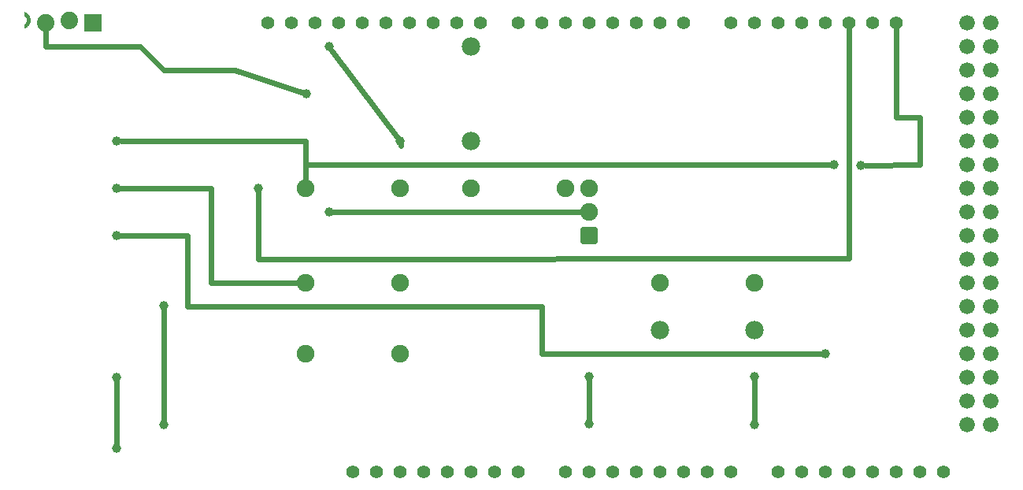
<source format=gbl>
G04 MADE WITH FRITZING*
G04 WWW.FRITZING.ORG*
G04 DOUBLE SIDED*
G04 HOLES PLATED*
G04 CONTOUR ON CENTER OF CONTOUR VECTOR*
%ASAXBY*%
%FSLAX23Y23*%
%MOIN*%
%OFA0B0*%
%SFA1.0B1.0*%
%ADD10C,0.075000*%
%ADD11C,0.074000*%
%ADD12C,0.078000*%
%ADD13C,0.039370*%
%ADD14C,0.055990*%
%ADD15C,0.065993*%
%ADD16C,0.065965*%
%ADD17C,0.024000*%
%ADD18C,0.020000*%
%ADD19R,0.001000X0.001000*%
%LNCOPPER0*%
G90*
G70*
G54D10*
X1190Y600D03*
X1590Y600D03*
X1190Y1300D03*
X1590Y1300D03*
X2390Y1300D03*
X2390Y1200D03*
X2390Y1100D03*
X1890Y1300D03*
X2290Y1300D03*
X2690Y900D03*
X3090Y900D03*
G54D11*
X290Y2000D03*
X190Y2010D03*
X90Y2000D03*
G54D10*
X1590Y900D03*
X1190Y900D03*
G54D12*
X1890Y1900D03*
X1890Y1500D03*
X2690Y700D03*
X3090Y700D03*
G54D13*
X1589Y1498D03*
X1289Y1900D03*
G54D14*
X3290Y100D03*
X1690Y100D03*
X3390Y100D03*
X3490Y100D03*
X3590Y100D03*
X3690Y100D03*
G54D15*
X3990Y1500D03*
G54D14*
X3790Y100D03*
X3890Y100D03*
X1730Y2000D03*
X2290Y100D03*
X2390Y100D03*
X2490Y100D03*
X2590Y100D03*
G54D15*
X3990Y700D03*
G54D14*
X2690Y100D03*
X2790Y100D03*
X2890Y100D03*
X2990Y100D03*
X2490Y2000D03*
G54D15*
X3990Y1900D03*
X3990Y1100D03*
X3990Y300D03*
G54D14*
X1330Y2000D03*
X2090Y100D03*
X2090Y2000D03*
G54D15*
X3990Y1700D03*
X3990Y1300D03*
G54D16*
X3990Y900D03*
G54D14*
X3690Y2000D03*
G54D15*
X3990Y500D03*
G54D14*
X3590Y2000D03*
X3490Y2000D03*
X3390Y2000D03*
X3290Y2000D03*
X3190Y2000D03*
X3090Y2000D03*
X2990Y2000D03*
X1130Y2000D03*
X1530Y2000D03*
X1930Y2000D03*
X1490Y100D03*
X1890Y100D03*
X2690Y2000D03*
X2290Y2000D03*
G54D15*
X3990Y2000D03*
X3990Y1800D03*
X3990Y1600D03*
X3990Y1400D03*
X3990Y1200D03*
X3990Y1000D03*
X3990Y800D03*
X3990Y600D03*
G54D16*
X3990Y400D03*
G54D14*
X1030Y2000D03*
X1230Y2000D03*
X1430Y2000D03*
X1630Y2000D03*
X1830Y2000D03*
X1390Y100D03*
X1590Y100D03*
X1790Y100D03*
X1990Y100D03*
X2790Y2000D03*
X2590Y2000D03*
X2390Y2000D03*
X2190Y2000D03*
G54D15*
X4090Y2000D03*
X4090Y1900D03*
X4090Y1800D03*
X4090Y1700D03*
X4090Y1600D03*
X4090Y1500D03*
X4090Y1400D03*
X4090Y1300D03*
X4090Y1200D03*
X4090Y1100D03*
X4090Y1000D03*
G54D16*
X4090Y900D03*
G54D15*
X4090Y800D03*
X4090Y700D03*
X4090Y600D03*
X4090Y500D03*
G54D16*
X4090Y400D03*
G54D15*
X4090Y300D03*
G54D14*
X3190Y100D03*
G54D13*
X1192Y1699D03*
X390Y1500D03*
X389Y1299D03*
X390Y1100D03*
X989Y1299D03*
X3389Y599D03*
X1289Y1200D03*
X591Y300D03*
X591Y801D03*
X390Y200D03*
X390Y499D03*
X3090Y299D03*
X3090Y501D03*
X2391Y301D03*
X2390Y501D03*
X3540Y1396D03*
X3428Y1398D03*
G54D17*
X1190Y1400D02*
X3409Y1398D01*
D02*
X1190Y1328D02*
X1190Y1400D01*
D02*
X1301Y1884D02*
X1589Y1498D01*
D02*
X1589Y1498D02*
X1592Y1479D01*
D02*
X490Y1899D02*
X590Y1800D01*
D02*
X890Y1800D02*
X1174Y1705D01*
D02*
X590Y1800D02*
X890Y1800D01*
D02*
X90Y1899D02*
X490Y1899D01*
D02*
X90Y1969D02*
X90Y1899D01*
D02*
X409Y1500D02*
X1190Y1499D01*
D02*
X1190Y1499D02*
X1190Y1328D01*
D02*
X790Y1300D02*
X408Y1299D01*
D02*
X790Y900D02*
X790Y1300D01*
D02*
X1161Y900D02*
X790Y900D01*
D02*
X691Y1099D02*
X408Y1100D01*
D02*
X691Y800D02*
X691Y1099D01*
D02*
X2190Y799D02*
X691Y800D01*
D02*
X2191Y599D02*
X2190Y799D01*
D02*
X3371Y599D02*
X2191Y599D01*
D02*
X990Y999D02*
X989Y1280D01*
D02*
X3491Y1001D02*
X990Y999D01*
D02*
X3490Y1972D02*
X3491Y1001D01*
D02*
X1308Y1200D02*
X2361Y1200D01*
D02*
X591Y782D02*
X591Y319D01*
D02*
X390Y219D02*
X390Y480D01*
D02*
X3090Y318D02*
X3090Y482D01*
D02*
X2391Y320D02*
X2390Y482D01*
D02*
X3559Y1396D02*
X3790Y1400D01*
D02*
X3690Y1599D02*
X3690Y1972D01*
D02*
X3790Y1599D02*
X3690Y1599D01*
D02*
X3790Y1400D02*
X3790Y1599D01*
G54D18*
X2418Y1072D02*
X2363Y1072D01*
X2363Y1127D01*
X2418Y1127D01*
X2418Y1072D01*
D02*
G54D19*
X0Y2045D02*
X1Y2045D01*
X0Y2044D02*
X3Y2044D01*
X0Y2043D02*
X5Y2043D01*
X0Y2042D02*
X7Y2042D01*
X0Y2041D02*
X8Y2041D01*
X0Y2040D02*
X10Y2040D01*
X0Y2039D02*
X11Y2039D01*
X0Y2038D02*
X12Y2038D01*
X0Y2037D02*
X14Y2037D01*
X253Y2037D02*
X326Y2037D01*
X0Y2036D02*
X15Y2036D01*
X253Y2036D02*
X326Y2036D01*
X0Y2035D02*
X16Y2035D01*
X253Y2035D02*
X326Y2035D01*
X0Y2034D02*
X16Y2034D01*
X253Y2034D02*
X326Y2034D01*
X0Y2033D02*
X17Y2033D01*
X253Y2033D02*
X326Y2033D01*
X0Y2032D02*
X18Y2032D01*
X253Y2032D02*
X326Y2032D01*
X0Y2031D02*
X19Y2031D01*
X253Y2031D02*
X326Y2031D01*
X0Y2030D02*
X20Y2030D01*
X253Y2030D02*
X326Y2030D01*
X0Y2029D02*
X20Y2029D01*
X253Y2029D02*
X326Y2029D01*
X0Y2028D02*
X21Y2028D01*
X253Y2028D02*
X326Y2028D01*
X2Y2027D02*
X21Y2027D01*
X253Y2027D02*
X326Y2027D01*
X3Y2026D02*
X22Y2026D01*
X253Y2026D02*
X326Y2026D01*
X4Y2025D02*
X22Y2025D01*
X253Y2025D02*
X326Y2025D01*
X5Y2024D02*
X23Y2024D01*
X253Y2024D02*
X326Y2024D01*
X6Y2023D02*
X23Y2023D01*
X253Y2023D02*
X326Y2023D01*
X7Y2022D02*
X24Y2022D01*
X253Y2022D02*
X326Y2022D01*
X7Y2021D02*
X24Y2021D01*
X253Y2021D02*
X326Y2021D01*
X8Y2020D02*
X24Y2020D01*
X253Y2020D02*
X287Y2020D01*
X292Y2020D02*
X326Y2020D01*
X8Y2019D02*
X25Y2019D01*
X253Y2019D02*
X283Y2019D01*
X297Y2019D02*
X326Y2019D01*
X9Y2018D02*
X25Y2018D01*
X253Y2018D02*
X280Y2018D01*
X299Y2018D02*
X326Y2018D01*
X9Y2017D02*
X25Y2017D01*
X253Y2017D02*
X278Y2017D01*
X301Y2017D02*
X326Y2017D01*
X9Y2016D02*
X25Y2016D01*
X253Y2016D02*
X277Y2016D01*
X302Y2016D02*
X326Y2016D01*
X10Y2015D02*
X26Y2015D01*
X253Y2015D02*
X276Y2015D01*
X303Y2015D02*
X326Y2015D01*
X10Y2014D02*
X26Y2014D01*
X253Y2014D02*
X275Y2014D01*
X304Y2014D02*
X326Y2014D01*
X10Y2013D02*
X26Y2013D01*
X253Y2013D02*
X274Y2013D01*
X305Y2013D02*
X326Y2013D01*
X10Y2012D02*
X26Y2012D01*
X253Y2012D02*
X273Y2012D01*
X306Y2012D02*
X326Y2012D01*
X10Y2011D02*
X26Y2011D01*
X253Y2011D02*
X272Y2011D01*
X307Y2011D02*
X326Y2011D01*
X10Y2010D02*
X26Y2010D01*
X253Y2010D02*
X272Y2010D01*
X307Y2010D02*
X326Y2010D01*
X10Y2009D02*
X26Y2009D01*
X253Y2009D02*
X271Y2009D01*
X308Y2009D02*
X326Y2009D01*
X10Y2008D02*
X26Y2008D01*
X253Y2008D02*
X271Y2008D01*
X308Y2008D02*
X326Y2008D01*
X10Y2007D02*
X26Y2007D01*
X253Y2007D02*
X270Y2007D01*
X309Y2007D02*
X326Y2007D01*
X10Y2006D02*
X26Y2006D01*
X253Y2006D02*
X270Y2006D01*
X309Y2006D02*
X326Y2006D01*
X10Y2005D02*
X26Y2005D01*
X253Y2005D02*
X270Y2005D01*
X309Y2005D02*
X326Y2005D01*
X9Y2004D02*
X25Y2004D01*
X253Y2004D02*
X269Y2004D01*
X310Y2004D02*
X326Y2004D01*
X9Y2003D02*
X25Y2003D01*
X253Y2003D02*
X269Y2003D01*
X310Y2003D02*
X326Y2003D01*
X9Y2002D02*
X25Y2002D01*
X253Y2002D02*
X269Y2002D01*
X310Y2002D02*
X326Y2002D01*
X8Y2001D02*
X25Y2001D01*
X253Y2001D02*
X269Y2001D01*
X310Y2001D02*
X326Y2001D01*
X8Y2000D02*
X24Y2000D01*
X253Y2000D02*
X269Y2000D01*
X310Y2000D02*
X326Y2000D01*
X7Y1999D02*
X24Y1999D01*
X253Y1999D02*
X269Y1999D01*
X310Y1999D02*
X326Y1999D01*
X7Y1998D02*
X24Y1998D01*
X253Y1998D02*
X269Y1998D01*
X310Y1998D02*
X326Y1998D01*
X6Y1997D02*
X23Y1997D01*
X253Y1997D02*
X269Y1997D01*
X310Y1997D02*
X326Y1997D01*
X5Y1996D02*
X23Y1996D01*
X253Y1996D02*
X269Y1996D01*
X310Y1996D02*
X326Y1996D01*
X4Y1995D02*
X22Y1995D01*
X253Y1995D02*
X270Y1995D01*
X309Y1995D02*
X326Y1995D01*
X3Y1994D02*
X22Y1994D01*
X253Y1994D02*
X270Y1994D01*
X309Y1994D02*
X326Y1994D01*
X1Y1993D02*
X21Y1993D01*
X253Y1993D02*
X270Y1993D01*
X309Y1993D02*
X326Y1993D01*
X0Y1992D02*
X21Y1992D01*
X253Y1992D02*
X271Y1992D01*
X308Y1992D02*
X326Y1992D01*
X0Y1991D02*
X20Y1991D01*
X253Y1991D02*
X271Y1991D01*
X308Y1991D02*
X326Y1991D01*
X0Y1990D02*
X19Y1990D01*
X253Y1990D02*
X272Y1990D01*
X307Y1990D02*
X326Y1990D01*
X0Y1989D02*
X19Y1989D01*
X253Y1989D02*
X272Y1989D01*
X307Y1989D02*
X326Y1989D01*
X0Y1988D02*
X18Y1988D01*
X253Y1988D02*
X273Y1988D01*
X306Y1988D02*
X326Y1988D01*
X0Y1987D02*
X17Y1987D01*
X253Y1987D02*
X274Y1987D01*
X305Y1987D02*
X326Y1987D01*
X0Y1986D02*
X16Y1986D01*
X253Y1986D02*
X275Y1986D01*
X304Y1986D02*
X326Y1986D01*
X0Y1985D02*
X15Y1985D01*
X253Y1985D02*
X276Y1985D01*
X303Y1985D02*
X326Y1985D01*
X0Y1984D02*
X14Y1984D01*
X253Y1984D02*
X277Y1984D01*
X302Y1984D02*
X326Y1984D01*
X0Y1983D02*
X13Y1983D01*
X253Y1983D02*
X279Y1983D01*
X300Y1983D02*
X326Y1983D01*
X0Y1982D02*
X12Y1982D01*
X253Y1982D02*
X281Y1982D01*
X299Y1982D02*
X326Y1982D01*
X0Y1981D02*
X11Y1981D01*
X253Y1981D02*
X283Y1981D01*
X296Y1981D02*
X326Y1981D01*
X0Y1980D02*
X10Y1980D01*
X253Y1980D02*
X326Y1980D01*
X0Y1979D02*
X8Y1979D01*
X253Y1979D02*
X326Y1979D01*
X0Y1978D02*
X7Y1978D01*
X253Y1978D02*
X326Y1978D01*
X0Y1977D02*
X5Y1977D01*
X253Y1977D02*
X326Y1977D01*
X0Y1976D02*
X3Y1976D01*
X253Y1976D02*
X326Y1976D01*
X0Y1975D02*
X0Y1975D01*
X253Y1975D02*
X326Y1975D01*
X253Y1974D02*
X326Y1974D01*
X253Y1973D02*
X326Y1973D01*
X253Y1972D02*
X326Y1972D01*
X253Y1971D02*
X326Y1971D01*
X253Y1970D02*
X326Y1970D01*
X253Y1969D02*
X326Y1969D01*
X253Y1968D02*
X326Y1968D01*
X253Y1967D02*
X326Y1967D01*
X253Y1966D02*
X326Y1966D01*
X253Y1965D02*
X326Y1965D01*
X253Y1964D02*
X326Y1964D01*
D02*
G04 End of Copper0*
M02*
</source>
